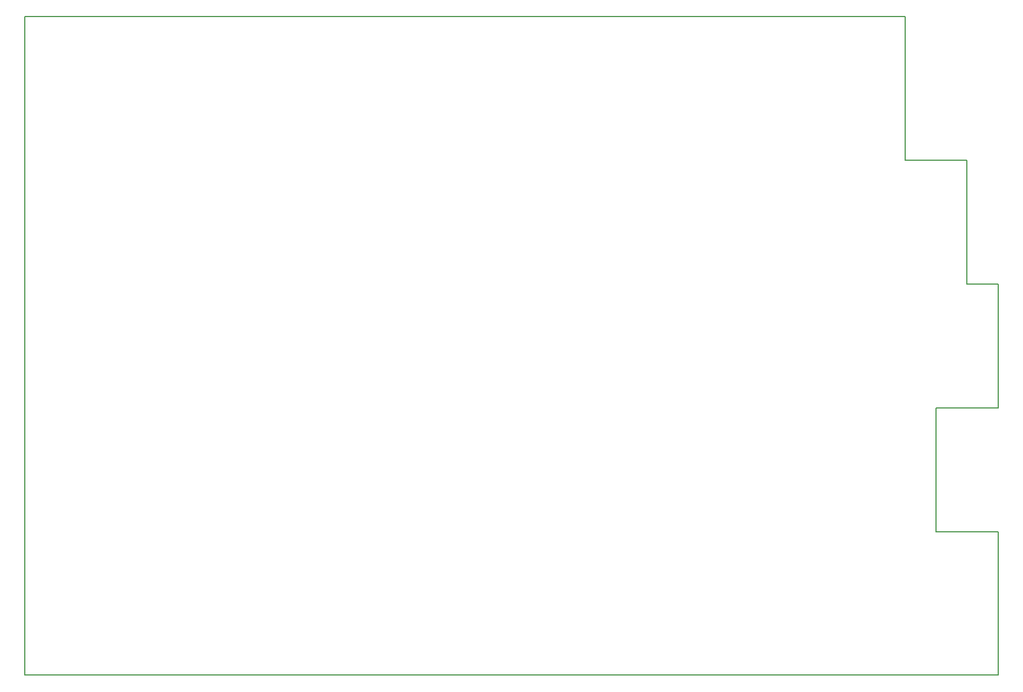
<source format=gm1>
G04 #@! TF.GenerationSoftware,KiCad,Pcbnew,(5.0.0-3-g5ebb6b6)*
G04 #@! TF.CreationDate,2018-10-13T13:09:02+09:00*
G04 #@! TF.ProjectId,pakbd,70616B62642E6B696361645F70636200,1*
G04 #@! TF.SameCoordinates,Original*
G04 #@! TF.FileFunction,Profile,NP*
%FSLAX46Y46*%
G04 Gerber Fmt 4.6, Leading zero omitted, Abs format (unit mm)*
G04 Created by KiCad (PCBNEW (5.0.0-3-g5ebb6b6)) date *
%MOMM*%
%LPD*%
G01*
G04 APERTURE LIST*
%ADD10C,0.150000*%
G04 APERTURE END LIST*
D10*
X23650000Y-131860000D02*
X23650000Y-30610000D01*
X173300000Y-131860000D02*
X23650000Y-131860000D01*
X173300000Y-109810000D02*
X173300000Y-131860000D01*
X163770000Y-109810000D02*
X173300000Y-109810000D01*
X163770000Y-90760000D02*
X163770000Y-109810000D01*
X173300000Y-90760000D02*
X163770000Y-90760000D01*
X173300000Y-71710000D02*
X173300000Y-90760000D01*
X168540000Y-71710000D02*
X173300000Y-71710000D01*
X168540000Y-52660000D02*
X168540000Y-71710000D01*
X159010000Y-52660000D02*
X168540000Y-52660000D01*
X159010000Y-30610000D02*
X159010000Y-52660000D01*
X23650000Y-30610000D02*
X159010000Y-30610000D01*
M02*

</source>
